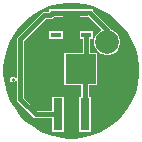
<source format=gbr>
%TF.GenerationSoftware,Altium Limited,Altium Designer,22.11.1 (43)*%
G04 Layer_Physical_Order=1*
G04 Layer_Color=255*
%FSLAX45Y45*%
%MOMM*%
%TF.SameCoordinates,E77C6ACE-BB65-432D-A69C-5FF0F2C89B45*%
%TF.FilePolarity,Positive*%
%TF.FileFunction,Copper,L1,Top,Signal*%
%TF.Part,Single*%
G01*
G75*
%TA.AperFunction,SMDPad,CuDef*%
%ADD10C,2.00000*%
%ADD11R,0.80000X2.70000*%
%ADD12R,0.95250X0.45720*%
%TA.AperFunction,ConnectorPad*%
%ADD13R,1.00000X2.55000*%
%ADD14R,2.60000X2.55000*%
%TA.AperFunction,Conductor*%
%ADD15C,0.40000*%
%ADD16C,0.25400*%
%TA.AperFunction,NonConductor*%
%ADD17C,0.25400*%
%TA.AperFunction,ViaPad*%
%ADD18C,1.27000*%
G36*
X1242718Y1797062D02*
X1315524Y1777553D01*
X1385162Y1748708D01*
X1450438Y1711021D01*
X1510237Y1665135D01*
X1563535Y1611837D01*
X1609421Y1552038D01*
X1647108Y1486762D01*
X1675953Y1417124D01*
X1695462Y1344318D01*
X1705300Y1269587D01*
Y1194212D01*
X1695462Y1119482D01*
X1675953Y1046676D01*
X1647108Y977038D01*
X1609421Y911761D01*
X1563535Y851962D01*
X1510237Y798664D01*
X1450438Y752779D01*
X1385162Y715092D01*
X1315524Y686247D01*
X1242718Y666738D01*
X1167987Y656900D01*
X1092612D01*
X1017882Y666738D01*
X945076Y686247D01*
X875438Y715092D01*
X810161Y752779D01*
X750362Y798664D01*
X697064Y851962D01*
X651179Y911761D01*
X613492Y977038D01*
X584647Y1046676D01*
X565138Y1119482D01*
X555300Y1194212D01*
Y1269587D01*
X565138Y1344318D01*
X584647Y1417124D01*
X613492Y1486762D01*
X651179Y1552038D01*
X697064Y1611837D01*
X750362Y1665135D01*
X810161Y1711021D01*
X875438Y1748708D01*
X945076Y1777553D01*
X1017882Y1797062D01*
X1092612Y1806900D01*
X1167987D01*
X1242718Y1797062D01*
D02*
G37*
%LPC*%
G36*
X1315560Y1755885D02*
X1200310D01*
Y1753613D01*
X1060290D01*
Y1755885D01*
X945040D01*
Y1737597D01*
X939830Y1732388D01*
X901701D01*
X901700Y1732388D01*
X889995Y1730059D01*
X880071Y1723429D01*
X676871Y1520229D01*
X670241Y1510305D01*
X667912Y1498600D01*
X667912Y1498599D01*
Y1171893D01*
X662327Y1170021D01*
X655212Y1169781D01*
X651366Y1175537D01*
X643857Y1180555D01*
X635000Y1182316D01*
X626143Y1180555D01*
X618634Y1175537D01*
X613617Y1168029D01*
X611855Y1159172D01*
Y1155700D01*
X613617Y1146843D01*
X618634Y1139334D01*
X626143Y1134317D01*
X635000Y1132555D01*
X643857Y1134317D01*
X651366Y1139334D01*
X655212Y1145091D01*
X662327Y1144851D01*
X667912Y1142978D01*
Y990601D01*
X667912Y990600D01*
X670241Y978895D01*
X676871Y968971D01*
X805796Y840046D01*
X815720Y833416D01*
X827425Y831087D01*
X965300D01*
Y716675D01*
X1065300D01*
Y1006675D01*
X965300D01*
Y892263D01*
X840095D01*
X729088Y1003270D01*
Y1485930D01*
X914370Y1671212D01*
X952499D01*
X952500Y1671212D01*
X964205Y1673541D01*
X974129Y1680171D01*
X984123Y1690166D01*
X1060290D01*
Y1692438D01*
X1200310D01*
Y1690166D01*
X1276477D01*
X1384186Y1582456D01*
X1382528Y1569865D01*
X1367558Y1561222D01*
X1347078Y1540742D01*
X1332596Y1515658D01*
X1325100Y1487682D01*
Y1458718D01*
X1332596Y1430742D01*
X1347078Y1405658D01*
X1367558Y1385178D01*
X1392642Y1370696D01*
X1420618Y1363200D01*
X1449582D01*
X1477558Y1370696D01*
X1502642Y1385178D01*
X1523122Y1405658D01*
X1537604Y1430742D01*
X1545100Y1458718D01*
Y1487682D01*
X1537604Y1515658D01*
X1523122Y1540742D01*
X1502642Y1561222D01*
X1477558Y1575704D01*
X1464830Y1579114D01*
X1463359Y1586505D01*
X1456729Y1596429D01*
X1315560Y1737598D01*
Y1755885D01*
D02*
G37*
G36*
X1060290Y1565885D02*
X945040D01*
Y1500165D01*
X1060290D01*
Y1565885D01*
D02*
G37*
G36*
X1315560D02*
X1200310D01*
Y1500165D01*
X1227347D01*
Y1382100D01*
X1070300D01*
Y1107100D01*
X1214712D01*
Y1006675D01*
X1195300D01*
Y716675D01*
X1295300D01*
Y1006675D01*
X1275888D01*
Y1107100D01*
X1350300D01*
Y1382100D01*
X1288523D01*
Y1500165D01*
X1315560D01*
Y1565885D01*
D02*
G37*
%LPD*%
D10*
X1435100Y1473200D02*
D03*
D11*
X1245300Y861675D02*
D03*
X1015300D02*
D03*
D12*
X1257935Y1723026D02*
D03*
Y1533025D02*
D03*
X1002665D02*
D03*
Y1628025D02*
D03*
Y1723026D02*
D03*
D13*
X970300Y1244600D02*
D03*
D14*
X1210300D02*
D03*
D15*
X973726Y1723026D02*
X1002665D01*
X952500Y1701800D02*
X973726Y1723026D01*
X901700Y1701800D02*
X952500D01*
X698500Y1498600D02*
X901700Y1701800D01*
X698500Y990600D02*
Y1498600D01*
X1286874Y1723026D02*
X1435100Y1574800D01*
X827425Y861675D02*
X1015300D01*
X698500Y990600D02*
X827425Y861675D01*
X1210300Y1244600D02*
X1245300Y1209600D01*
Y861675D02*
Y1209600D01*
X1002665Y1723026D02*
X1257935D01*
X1210300Y1244600D02*
X1257935Y1292235D01*
Y1533025D01*
D16*
Y1723026D02*
X1286874D01*
X1435100Y1473200D02*
Y1574800D01*
X904125Y1628025D02*
X1002665D01*
X863600Y1587500D02*
X904125Y1628025D01*
X863600Y1270000D02*
Y1587500D01*
X889000Y1244600D02*
X927100D01*
X863600Y1270000D02*
X889000Y1244600D01*
X927100D02*
X970300D01*
X825500Y1143000D02*
X927100Y1244600D01*
D17*
X635000Y1155700D02*
Y1159172D01*
D18*
X1511300Y1028700D02*
D03*
X1498600Y1270000D02*
D03*
X825500Y1143000D02*
D03*
%TF.MD5,3a2061cc1c633dd756a55abf5865abb3*%
M02*

</source>
